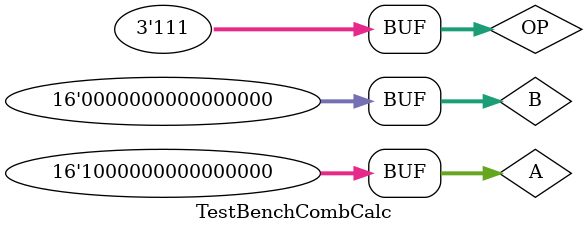
<source format=v>
`timescale 1ns/1ns

module TestBenchCombCalc();
    // Add inputs
    parameter W = 16;
    reg  [2:0] OP;
    reg  signed [W-1:0] A, B;
    wire signed [W-1:0] R;
    wire ovf;


// Instantiate CombCalc instance for testing
CombCalc #(.W(W)) DUT (
    .OP(OP),
    .A(A),
    .B(B),
    .R(R),
    .ovf(ovf)
);



initial begin
// Add testing logic here

    // OP = 000  (A + B)
    OP = 3'b000; A = 10;  B = 5;   #10;
    OP = 3'b000; A = -15; B = 30;  #10;

    // OP = 001  (A - B)
    OP = 3'b001; A = 20;  B = 5;   #10;
    OP = 3'b001; A = -10; B = -25; #10;

    // OP = 010 / 011  (abs(B)
    OP = 3'b010; A = 0;   B = -100; #10;
    OP = 3'b011; A = 0;   B = 77;   #10;

    // OP = 100  (B + A)
    OP = 3'b100; A = 12;  B = 18;   #10;
    OP = 3'b100; A = -40; B = 100;  #10;

    // OP = 101  (B - A)
    OP = 3'b101; A = 10;  B = 5;    #10;
    OP = 3'b101; A = -50; B = 20;   #10;

    // OP = 110 / 111  (abs(A))
    OP = 3'b110; A = -45; B = 0;    #10;
    OP = 3'b111; A = 30;  B = 0;    #10;

    // Overflow edge cases
    OP = 3'b000; A = 32760;  B = 100;   #10;
    OP = 3'b001; A = -32760; B = 100;   #10;

        OP = 3'b010; 
    A  = 0; 
    B  = -32768;      // 16-bit min negative
    #10;
    
    // OP = 011 (abs(B)) — same effect, different opcode variant
    OP = 3'b011; 
    A  = 0; 
    B  = -32768;
    #10;
    
    // OP = 110 (abs(A))
    OP = 3'b110; 
    A  = -32768; 
    B  = 0;
    #10;
    
    // OP = 111 (abs(A)) — same effect, different opcode variant
    OP = 3'b111; 
    A  = -32768; 
    B  = 0;
    #10;
end


endmodule
</source>
